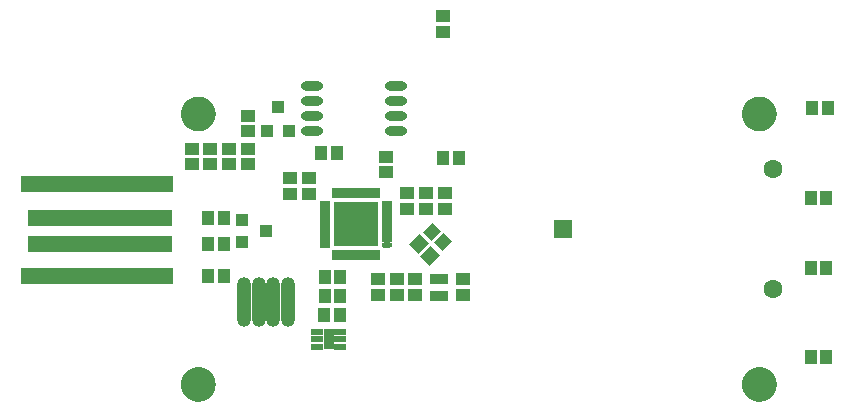
<source format=gts>
G04*
G04 #@! TF.GenerationSoftware,Altium Limited,Altium Designer,19.0.11 (319)*
G04*
G04 Layer_Color=8388736*
%FSLAX44Y44*%
%MOMM*%
G71*
G01*
G75*
%ADD32C,3.0000*%
%ADD33R,1.1532X1.0532*%
%ADD34R,1.0032X1.1032*%
%ADD35R,1.0532X1.1532*%
%ADD36O,1.2032X4.2032*%
%ADD37R,0.9032X0.5032*%
%ADD38R,0.9532X1.7532*%
%ADD39R,1.0032X0.5032*%
%ADD40R,1.1032X1.2032*%
%ADD41R,1.2032X1.1032*%
%ADD42R,1.1032X1.0032*%
%ADD43O,1.9032X0.8032*%
%ADD44R,12.9032X1.4732*%
%ADD45R,12.2682X1.4732*%
G04:AMPARAMS|DCode=46|XSize=1.1532mm|YSize=1.0532mm|CornerRadius=0mm|HoleSize=0mm|Usage=FLASHONLY|Rotation=45.000|XOffset=0mm|YOffset=0mm|HoleType=Round|Shape=Rectangle|*
%AMROTATEDRECTD46*
4,1,4,-0.0354,-0.7801,-0.7801,-0.0354,0.0354,0.7801,0.7801,0.0354,-0.0354,-0.7801,0.0*
%
%ADD46ROTATEDRECTD46*%

G04:AMPARAMS|DCode=47|XSize=1.2032mm|YSize=1.1032mm|CornerRadius=0mm|HoleSize=0mm|Usage=FLASHONLY|Rotation=225.000|XOffset=0mm|YOffset=0mm|HoleType=Round|Shape=Rectangle|*
%AMROTATEDRECTD47*
4,1,4,0.0354,0.8154,0.8154,0.0354,-0.0354,-0.8154,-0.8154,-0.0354,0.0354,0.8154,0.0*
%
%ADD47ROTATEDRECTD47*%

%ADD48R,1.6032X0.9532*%
%ADD49O,0.9032X0.5032*%
%ADD50R,0.5032X0.9032*%
%ADD51R,3.8032X3.8032*%
%ADD52R,1.6000X1.6000*%
%ADD53C,1.6000*%
%ADD54C,0.8032*%
D32*
X160010Y249000D02*
G03*
X160010Y249000I-10J0D01*
G01*
X635010D02*
G03*
X635010Y249000I-10J0D01*
G01*
Y20000D02*
G03*
X635010Y20000I-10J0D01*
G01*
X160010D02*
G03*
X160010Y20000I-10J0D01*
G01*
D33*
X201750Y234500D02*
D03*
Y247500D02*
D03*
X367500Y331750D02*
D03*
Y318750D02*
D03*
X201750Y219750D02*
D03*
Y206750D02*
D03*
X186000Y219750D02*
D03*
Y206750D02*
D03*
X170250Y219750D02*
D03*
Y206750D02*
D03*
X154500Y219750D02*
D03*
Y206750D02*
D03*
X318560Y212900D02*
D03*
Y199900D02*
D03*
X312060Y95900D02*
D03*
Y108900D02*
D03*
D34*
X217750Y234500D02*
D03*
X236750D02*
D03*
X227250Y254500D02*
D03*
D35*
X380500Y211500D02*
D03*
X367500D02*
D03*
X678750Y43250D02*
D03*
X691750D02*
D03*
X680000Y253750D02*
D03*
X693000D02*
D03*
X678750Y178250D02*
D03*
X691750D02*
D03*
X678500Y118250D02*
D03*
X691500D02*
D03*
X267060Y95150D02*
D03*
X280060D02*
D03*
X267060Y110900D02*
D03*
X280060D02*
D03*
X181610Y160900D02*
D03*
X168610D02*
D03*
Y111900D02*
D03*
X181610D02*
D03*
Y139150D02*
D03*
X168610D02*
D03*
D36*
X235610Y90150D02*
D03*
X223360D02*
D03*
X211110D02*
D03*
X198860D02*
D03*
D37*
X267360Y153150D02*
D03*
X319860Y143150D02*
D03*
Y148150D02*
D03*
Y153150D02*
D03*
Y158150D02*
D03*
Y163150D02*
D03*
Y168150D02*
D03*
Y173150D02*
D03*
X267360D02*
D03*
Y168150D02*
D03*
Y163150D02*
D03*
Y158150D02*
D03*
Y148150D02*
D03*
Y143150D02*
D03*
Y138150D02*
D03*
D38*
X270310Y58150D02*
D03*
D39*
X260310Y51650D02*
D03*
Y58150D02*
D03*
Y64650D02*
D03*
X280310D02*
D03*
Y58150D02*
D03*
Y51650D02*
D03*
D40*
Y78900D02*
D03*
X266810D02*
D03*
X277500Y216000D02*
D03*
X264000D02*
D03*
D41*
X253560Y181650D02*
D03*
Y195150D02*
D03*
X237710Y181650D02*
D03*
Y195150D02*
D03*
X368560Y181900D02*
D03*
Y168400D02*
D03*
X352810D02*
D03*
Y181900D02*
D03*
X337060Y168400D02*
D03*
Y181900D02*
D03*
X384060Y109150D02*
D03*
Y95650D02*
D03*
X327810Y109150D02*
D03*
Y95650D02*
D03*
X343560Y109150D02*
D03*
Y95650D02*
D03*
D42*
X217110Y150150D02*
D03*
X197110Y140650D02*
D03*
Y159650D02*
D03*
D43*
X327360Y234600D02*
D03*
Y247300D02*
D03*
Y260000D02*
D03*
Y272700D02*
D03*
X256360Y234600D02*
D03*
Y247300D02*
D03*
Y260000D02*
D03*
Y272700D02*
D03*
D44*
X73850Y189600D02*
D03*
Y111900D02*
D03*
D45*
X77025Y160795D02*
D03*
Y139205D02*
D03*
D46*
X358214Y149496D02*
D03*
X367406Y140304D02*
D03*
D47*
X346810Y138650D02*
D03*
X356356Y129104D02*
D03*
D48*
X363810Y95150D02*
D03*
Y109650D02*
D03*
D49*
X319860Y138150D02*
D03*
D50*
X311110Y181900D02*
D03*
X306110D02*
D03*
X301110D02*
D03*
X296110D02*
D03*
X291110D02*
D03*
X286110D02*
D03*
X281110D02*
D03*
X276110D02*
D03*
Y129400D02*
D03*
X281110D02*
D03*
X286110D02*
D03*
X291110D02*
D03*
X296110D02*
D03*
X301110D02*
D03*
X306110D02*
D03*
X311110D02*
D03*
D51*
X293610Y155650D02*
D03*
D52*
X468750Y151500D02*
D03*
D53*
X646750Y100700D02*
D03*
Y202300D02*
D03*
D54*
X304610Y144650D02*
D03*
X293610D02*
D03*
X282610D02*
D03*
X304610Y155650D02*
D03*
X293610D02*
D03*
X282610D02*
D03*
X304610Y166650D02*
D03*
X293610D02*
D03*
X282610D02*
D03*
M02*

</source>
